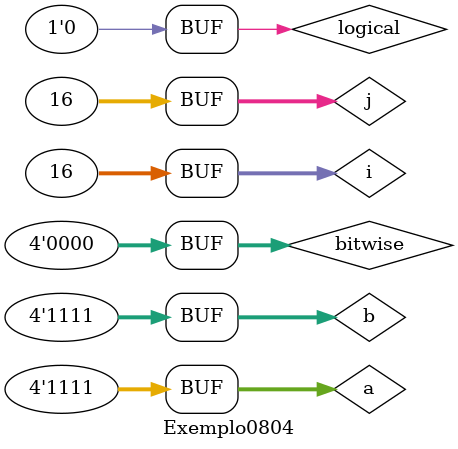
<source format=v>
/*
Arquitetura de Computadores I - Pucminas
Pedro Henrique Lima Carvalho
Matricula: 651230
Turno: Tarde
Guia 08
Exemplo0804
*/

module Exemplo0804;

//definicoes
integer i, j;
reg[3:0] a, b;
wire[3:0] bitwise;
wire logical;

xor XOR0 (bitwise[0], a[0], b[0]);
xor XOR1 (bitwise[1], a[1], b[1]);
xor XOR2 (bitwise[2], a[2], b[2]);
xor XOR3 (bitwise[3], a[3], b[3]);

or(logical, bitwise[0], bitwise[1], bitwise[2], bitwise[3]);

initial
begin: main
$display("Exemplo_0804");
$display("Pedro Henrique Lima Carvalho 651230");
$display("  a      b      bitwise  | logical");

a=0; b=0;

//monitor
#1 $monitor("%b %b %b | %b", a, b, bitwise[3:0], logical);

for (i = 0; i < 16; i=i+1) begin
  for (j = 0; j < 16; j=j+1) begin
    #1 a=i; b=j;
  end
end
end
endmodule

</source>
